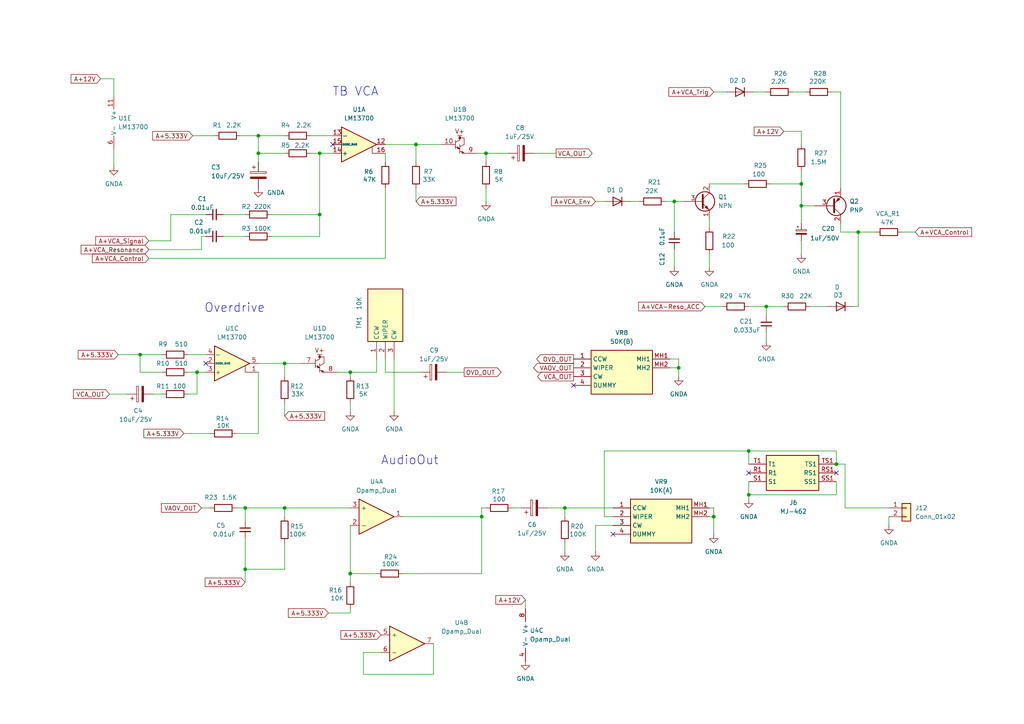
<source format=kicad_sch>
(kicad_sch (version 20231120) (generator "eeschema") (generator_version "8.0")
  (paper "A4")
  (lib_symbols
    (symbol "Amplifier_Operational:LM13700" (pin_names (offset 0.127))
      (property "Reference" "U" (at 3.81 5.08 0))
      (property "Value" "LM13700" (at 5.08 -5.08 0))
      (symbol "LM13700_1_1"
        (polyline (pts (xy 3.81 -0.635) (xy 3.81 -2.54) (xy 5.08 -2.54)))
        (polyline (pts (xy 5.08 0) (xy -5.08 -5.08) (xy -5.08 5.08) (xy 5.08 0)) (stroke (width 0.254)) (fill (type background)))
        (pin output line (at 7.62 0 180) (length 2.54) (name "~") (number "12"))
        (pin input line (at -7.62 2.54 0) (length 2.54) (name "-") (number "13"))
        (pin input line (at -7.62 -2.54 0) (length 2.54) (name "+") (number "14"))
        (pin input line (at -7.62 0 0) (length 2.54) (name "DIODE_BIAS") (number "15"))
        (pin input line (at 7.62 -2.54 180) (length 2.54) (name "~") (number "16"))
      )
      (symbol "LM13700_2_0"
        (polyline (pts (xy -1.905 2.54) (xy -3.175 2.54)))
      )
      (symbol "LM13700_2_1"
        (circle (center -2.54 1.905) (radius 0.254) (stroke (width 0.254)) (fill (type outline)))
        (polyline (pts (xy -3.81 -0.635) (xy -2.54 -1.27)))
        (polyline (pts (xy -3.81 1.27) (xy -3.81 -1.27)))
        (polyline (pts (xy -2.54 -1.905) (xy -1.27 -2.54)))
        (polyline (pts (xy -2.54 0) (xy -2.54 -2.54)))
        (polyline (pts (xy -3.81 0.635) (xy -2.54 1.27) (xy -2.54 1.905) (xy -2.54 2.54)))
        (polyline (pts (xy -2.54 -1.27) (xy -3.175 -0.635) (xy -3.175 -1.27) (xy -2.54 -1.27)) (fill (type outline)))
        (polyline (pts (xy -2.54 -0.635) (xy -1.27 0) (xy -1.27 1.905) (xy -2.54 1.905)))
        (polyline (pts (xy -1.27 -2.54) (xy -1.905 -1.905) (xy -1.905 -2.54) (xy -1.27 -2.54)) (fill (type outline)))
        (text "V+" (at -2.54 3.81 0) (effects (font (size 1.27 1.27))))
        (pin input line (at -7.62 0 0) (length 3.81) (name "~") (number "10"))
        (pin output line (at 2.54 -2.54 180) (length 3.81) (name "~") (number "9"))
      )
      (symbol "LM13700_3_1"
        (polyline (pts (xy 3.81 -0.635) (xy 3.81 -2.54) (xy 5.08 -2.54)))
        (polyline (pts (xy 5.08 0) (xy -5.08 -5.08) (xy -5.08 5.08) (xy 5.08 0)) (stroke (width 0.254)) (fill (type background)))
        (pin input line (at 7.62 -2.54 180) (length 2.54) (name "~") (number "1"))
        (pin input line (at -7.62 0 0) (length 2.54) (name "DIODE_BIAS") (number "2"))
        (pin input line (at -7.62 -2.54 0) (length 2.54) (name "+") (number "3"))
        (pin input line (at -7.62 2.54 0) (length 2.54) (name "-") (number "4"))
        (pin output line (at 7.62 0 180) (length 2.54) (name "~") (number "5"))
      )
      (symbol "LM13700_4_0"
        (polyline (pts (xy -3.175 2.54) (xy -1.905 2.54)))
        (text "V+" (at -2.54 3.81 0) (effects (font (size 1.27 1.27))))
      )
      (symbol "LM13700_4_1"
        (circle (center -2.54 1.905) (radius 0.254) (stroke (width 0.254)) (fill (type outline)))
        (polyline (pts (xy -3.81 -0.635) (xy -2.54 -1.27)))
        (polyline (pts (xy -3.81 1.27) (xy -3.81 -1.27)))
        (polyline (pts (xy -2.54 -1.905) (xy -1.27 -2.54)))
        (polyline (pts (xy -2.54 0) (xy -2.54 -2.54)))
        (polyline (pts (xy -3.81 0.635) (xy -2.54 1.27) (xy -2.54 2.54)))
        (polyline (pts (xy -2.54 -1.27) (xy -3.175 -0.635) (xy -3.175 -1.27) (xy -2.54 -1.27)) (fill (type outline)))
        (polyline (pts (xy -2.54 -0.635) (xy -1.27 0) (xy -1.27 1.905) (xy -2.54 1.905)))
        (polyline (pts (xy -1.27 -2.54) (xy -1.905 -1.905) (xy -1.905 -2.54) (xy -1.27 -2.54)) (fill (type outline)))
        (pin input line (at -7.62 0 0) (length 3.81) (name "~") (number "7"))
        (pin output line (at 2.54 -2.54 180) (length 3.81) (name "~") (number "8"))
      )
      (symbol "LM13700_5_1"
        (pin power_in line (at -2.54 7.62 270) (length 3.81) (name "V+") (number "11"))
        (pin power_in line (at -2.54 -7.62 90) (length 3.81) (name "V-") (number "6"))
      )
    )
    (symbol "Connector_Generic:Conn_01x02" (pin_names (offset 1.016) hide)
      (property "Reference" "J" (at 0 2.54 0))
      (property "Value" "Conn_01x02" (at 0 -5.08 0))
      (symbol "Conn_01x02_1_1"
        (rectangle (start -1.27 -2.413) (end 0 -2.667) (stroke (width 0.1524)))
        (rectangle (start -1.27 0.127) (end 0 -0.127) (stroke (width 0.1524)))
        (rectangle (start -1.27 1.27) (end 1.27 -3.81) (stroke (width 0.254)) (fill (type background)))
        (pin passive line (at -5.08 0 0) (length 3.81) (name "Pin_1") (number "1"))
        (pin passive line (at -5.08 -2.54 0) (length 3.81) (name "Pin_2") (number "2"))
      )
    )
    (symbol "Device:C_Polarized" (pin_numbers hide) (pin_names (offset 0.254))
      (property "Reference" "C" (at 0.635 2.54 0))
      (property "Value" "C_Polarized" (at 0.635 -2.54 0))
      (symbol "C_Polarized_0_1"
        (rectangle (start -2.286 0.508) (end 2.286 1.016))
        (polyline (pts (xy -1.778 2.286) (xy -0.762 2.286)))
        (polyline (pts (xy -1.27 2.794) (xy -1.27 1.778)))
        (rectangle (start 2.286 -0.508) (end -2.286 -1.016) (fill (type outline)))
      )
      (symbol "C_Polarized_1_1"
        (pin passive line (at 0 3.81 270) (length 2.794) (name "~") (number "1"))
        (pin passive line (at 0 -3.81 90) (length 2.794) (name "~") (number "2"))
      )
    )
    (symbol "Device:C_Polarized_Small" (pin_numbers hide) (pin_names (offset 0.254) hide)
      (property "Reference" "C" (at 0.254 1.778 0))
      (property "Value" "C_Polarized_Small" (at 0.254 -2.032 0))
      (symbol "C_Polarized_Small_0_1"
        (rectangle (start -1.524 -0.3048) (end 1.524 -0.6858) (fill (type outline)))
        (rectangle (start -1.524 0.6858) (end 1.524 0.3048))
        (polyline (pts (xy -1.27 1.524) (xy -0.762 1.524)))
        (polyline (pts (xy -1.016 1.27) (xy -1.016 1.778)))
      )
      (symbol "C_Polarized_Small_1_1"
        (pin passive line (at 0 2.54 270) (length 1.8542) (name "~") (number "1"))
        (pin passive line (at 0 -2.54 90) (length 1.8542) (name "~") (number "2"))
      )
    )
    (symbol "Device:C_Small" (pin_numbers hide) (pin_names (offset 0.254) hide)
      (property "Reference" "C" (at 0.254 1.778 0))
      (property "Value" "C_Small" (at 0.254 -2.032 0))
      (symbol "C_Small_0_1"
        (polyline (pts (xy -1.524 -0.508) (xy 1.524 -0.508)) (stroke (width 0.3302)))
        (polyline (pts (xy -1.524 0.508) (xy 1.524 0.508)) (stroke (width 0.3048)))
      )
      (symbol "C_Small_1_1"
        (pin passive line (at 0 2.54 270) (length 2.032) (name "~") (number "1"))
        (pin passive line (at 0 -2.54 90) (length 2.032) (name "~") (number "2"))
      )
    )
    (symbol "Device:D" (pin_numbers hide) (pin_names (offset 1.016) hide)
      (property "Reference" "D" (at 0 2.54 0))
      (property "Value" "D" (at 0 -2.54 0))
      (symbol "D_0_1"
        (polyline (pts (xy -1.27 1.27) (xy -1.27 -1.27)) (stroke (width 0.254)))
        (polyline (pts (xy 1.27 0) (xy -1.27 0)))
        (polyline (pts (xy 1.27 1.27) (xy 1.27 -1.27) (xy -1.27 0) (xy 1.27 1.27)) (stroke (width 0.254)))
      )
      (symbol "D_1_1"
        (pin passive line (at -3.81 0 0) (length 2.54) (name "K") (number "1"))
        (pin passive line (at 3.81 0 180) (length 2.54) (name "A") (number "2"))
      )
    )
    (symbol "Device:Opamp_Dual"
      (property "Reference" "U" (at 0 5.08 0))
      (property "Value" "Opamp_Dual" (at 0 -5.08 0))
      (symbol "Opamp_Dual_1_1"
        (polyline (pts (xy -5.08 5.08) (xy 5.08 0) (xy -5.08 -5.08) (xy -5.08 5.08)) (stroke (width 0.254)) (fill (type background)))
        (pin output line (at 7.62 0 180) (length 2.54) (name "~") (number "1"))
        (pin input line (at -7.62 -2.54 0) (length 2.54) (name "-") (number "2"))
        (pin input line (at -7.62 2.54 0) (length 2.54) (name "+") (number "3"))
      )
      (symbol "Opamp_Dual_2_1"
        (polyline (pts (xy -5.08 5.08) (xy 5.08 0) (xy -5.08 -5.08) (xy -5.08 5.08)) (stroke (width 0.254)) (fill (type background)))
        (pin input line (at -7.62 2.54 0) (length 2.54) (name "+") (number "5"))
        (pin input line (at -7.62 -2.54 0) (length 2.54) (name "-") (number "6"))
        (pin output line (at 7.62 0 180) (length 2.54) (name "~") (number "7"))
      )
      (symbol "Opamp_Dual_3_1"
        (pin power_in line (at -2.54 -7.62 90) (length 3.81) (name "V-") (number "4"))
        (pin power_in line (at -2.54 7.62 270) (length 3.81) (name "V+") (number "8"))
      )
    )
    (symbol "Device:Q_NPN_ECB" (pin_names (offset 0) hide)
      (property "Reference" "Q" (at 5.08 1.27 0))
      (property "Value" "Q_NPN_ECB" (at 5.08 -1.27 0))
      (symbol "Q_NPN_ECB_0_1"
        (polyline (pts (xy 0.635 0.635) (xy 2.54 2.54)))
        (polyline (pts (xy 0.635 -0.635) (xy 2.54 -2.54) (xy 2.54 -2.54)))
        (polyline (pts (xy 0.635 1.905) (xy 0.635 -1.905) (xy 0.635 -1.905)) (stroke (width 0.508)))
        (polyline (pts (xy 1.27 -1.778) (xy 1.778 -1.27) (xy 2.286 -2.286) (xy 1.27 -1.778) (xy 1.27 -1.778)) (fill (type outline)))
        (circle (center 1.27 0) (radius 2.8194) (stroke (width 0.254)))
      )
      (symbol "Q_NPN_ECB_1_1"
        (pin passive line (at 2.54 -5.08 90) (length 2.54) (name "E") (number "1"))
        (pin passive line (at 2.54 5.08 270) (length 2.54) (name "C") (number "2"))
        (pin passive line (at -5.08 0 0) (length 5.715) (name "B") (number "3"))
      )
    )
    (symbol "Device:Q_PNP_ECB" (pin_names (offset 0) hide)
      (property "Reference" "Q" (at 5.08 1.27 0))
      (property "Value" "Q_PNP_ECB" (at 5.08 -1.27 0))
      (symbol "Q_PNP_ECB_0_1"
        (polyline (pts (xy 0.635 0.635) (xy 2.54 2.54)))
        (polyline (pts (xy 0.635 -0.635) (xy 2.54 -2.54) (xy 2.54 -2.54)))
        (polyline (pts (xy 0.635 1.905) (xy 0.635 -1.905) (xy 0.635 -1.905)) (stroke (width 0.508)))
        (polyline (pts (xy 2.286 -1.778) (xy 1.778 -2.286) (xy 1.27 -1.27) (xy 2.286 -1.778) (xy 2.286 -1.778)) (fill (type outline)))
        (circle (center 1.27 0) (radius 2.8194) (stroke (width 0.254)))
      )
      (symbol "Q_PNP_ECB_1_1"
        (pin passive line (at 2.54 -5.08 90) (length 2.54) (name "E") (number "1"))
        (pin passive line (at 2.54 5.08 270) (length 2.54) (name "C") (number "2"))
        (pin input line (at -5.08 0 0) (length 5.715) (name "B") (number "3"))
      )
    )
    (symbol "Device:R" (pin_numbers hide) (pin_names (offset 0))
      (property "Reference" "R" (at 2.032 0 90))
      (property "Value" "R" (at 0 0 90))
      (symbol "R_0_1"
        (rectangle (start -1.016 -2.54) (end 1.016 2.54) (stroke (width 0.254)))
      )
      (symbol "R_1_1"
        (pin passive line (at 0 3.81 270) (length 1.27) (name "~") (number "1"))
        (pin passive line (at 0 -3.81 90) (length 1.27) (name "~") (number "2"))
      )
    )
    (symbol "SamacSys_Parts:3296W-1-502A"
      (property "Reference" "VR" (at 21.59 7.62 0))
      (property "Value" "3296W-1-502A" (at 21.59 5.08 0))
      (symbol "3296W-1-502A_1_1"
        (rectangle (start 5.08 2.54) (end 20.32 -7.62) (stroke (width 0.254)) (fill (type background)))
        (pin passive line (at 0 -5.08 0) (length 5.08) (name "CCW") (number "1"))
        (pin passive line (at 0 -2.54 0) (length 5.08) (name "WIPER") (number "2"))
        (pin passive line (at 0 0 0) (length 5.08) (name "CW") (number "3"))
      )
    )
    (symbol "SamacSys_Parts:MJ-462"
      (property "Reference" "J" (at 21.59 7.62 0))
      (property "Value" "MJ-462" (at 21.59 5.08 0))
      (symbol "MJ-462_1_1"
        (rectangle (start 5.08 2.54) (end 20.32 -7.62) (stroke (width 0.254)) (fill (type background)))
        (pin passive line (at 0 -2.54 0) (length 5.08) (name "R1") (number "R1"))
        (pin passive line (at 25.4 -2.54 180) (length 5.08) (name "RS1") (number "RS1"))
        (pin passive line (at 0 -5.08 0) (length 5.08) (name "S1") (number "S1"))
        (pin passive line (at 25.4 -5.08 180) (length 5.08) (name "SS1") (number "SS1"))
        (pin passive line (at 0 0 0) (length 5.08) (name "T1") (number "T1"))
        (pin passive line (at 25.4 0 180) (length 5.08) (name "TS1") (number "TS1"))
      )
    )
    (symbol "SamacSys_Parts:PTV111-3420A-A103"
      (property "Reference" "VR" (at 24.13 7.62 0))
      (property "Value" "PTV111-3420A-A103" (at 24.13 5.08 0))
      (symbol "PTV111-3420A-A103_1_1"
        (rectangle (start 5.08 2.54) (end 22.86 -10.16) (stroke (width 0.254)) (fill (type background)))
        (pin passive line (at 0 0 0) (length 5.08) (name "CCW") (number "1"))
        (pin passive line (at 0 -2.54 0) (length 5.08) (name "WIPER") (number "2"))
        (pin passive line (at 0 -5.08 0) (length 5.08) (name "CW") (number "3"))
        (pin passive line (at 0 -7.62 0) (length 5.08) (name "DUMMY") (number "4"))
        (pin passive line (at 27.94 0 180) (length 5.08) (name "MH1") (number "MH1"))
        (pin passive line (at 27.94 -2.54 180) (length 5.08) (name "MH2") (number "MH2"))
      )
    )
    (symbol "power:GNDA" (power) (pin_numbers hide) (pin_names (offset 0) hide)
      (property "Value" "GNDA" (at 0 -3.81 0))
      (symbol "GNDA_0_1"
        (polyline (pts (xy 0 0) (xy 0 -1.27) (xy 1.27 -1.27) (xy 0 -2.54) (xy -1.27 -1.27) (xy 0 -1.27)))
      )
      (symbol "GNDA_1_1"
        (pin power_in line (at 0 0 270) (length 0) (name "~") (number "1"))
      )
    )
  )
  (junction (at 101.6 166.37))
  (junction (at 217.17 143.51))
  (junction (at 71.12 147.32))
  (junction (at 196.85 106.68))
  (junction (at 242.57 134.62))
  (junction (at 139.7 149.86))
  (junction (at 71.12 165.1))
  (junction (at 92.71 44.45))
  (junction (at 232.41 59.69))
  (junction (at 140.97 44.45))
  (junction (at 74.93 39.37))
  (junction (at 195.58 58.42))
  (junction (at 74.93 44.45))
  (junction (at 207.01 149.86))
  (junction (at 92.71 62.23))
  (junction (at 232.41 53.34))
  (junction (at 40.64 102.87))
  (junction (at 217.17 130.81))
  (junction (at 101.6 107.95))
  (junction (at 57.15 107.95))
  (junction (at 82.55 147.32))
  (junction (at 248.92 67.31))
  (junction (at 222.25 88.9))
  (junction (at 163.83 147.32))
  (junction (at 120.65 41.91))
  (junction (at 82.55 105.41))
  (no_connect (at 217.17 137.16))
  (no_connect (at 96.52 41.91))
  (no_connect (at 177.8 154.94))
  (no_connect (at 242.57 137.16))
  (no_connect (at 166.37 111.76))
  (no_connect (at 59.69 105.41))
  (wire (pts (xy 140.97 44.45) (xy 140.97 46.99)))
  (wire (pts (xy 82.55 116.84) (xy 82.55 120.65)))
  (wire (pts (xy 217.17 143.51) (xy 242.57 143.51)))
  (wire (pts (xy 109.22 166.37) (xy 101.6 166.37)))
  (wire (pts (xy 163.83 147.32) (xy 163.83 149.86)))
  (wire (pts (xy 205.74 147.32) (xy 207.01 147.32)))
  (wire (pts (xy 68.58 147.32) (xy 71.12 147.32)))
  (wire (pts (xy 68.58 125.73) (xy 74.93 125.73)))
  (wire (pts (xy 243.84 67.31) (xy 248.92 67.31)))
  (wire (pts (xy 120.65 41.91) (xy 120.65 46.99)))
  (wire (pts (xy 217.17 130.81) (xy 217.17 134.62)))
  (wire (pts (xy 101.6 177.8) (xy 101.6 176.53)))
  (wire (pts (xy 217.17 88.9) (xy 222.25 88.9)))
  (wire (pts (xy 58.42 68.58) (xy 59.69 68.58)))
  (wire (pts (xy 154.94 44.45) (xy 161.29 44.45)))
  (wire (pts (xy 111.76 104.14) (xy 111.76 107.95)))
  (wire (pts (xy 194.31 104.14) (xy 196.85 104.14)))
  (wire (pts (xy 49.53 62.23) (xy 59.69 62.23)))
  (wire (pts (xy 182.88 58.42) (xy 185.42 58.42)))
  (wire (pts (xy 148.59 147.32) (xy 151.13 147.32)))
  (wire (pts (xy 248.92 67.31) (xy 254 67.31)))
  (wire (pts (xy 116.84 149.86) (xy 139.7 149.86)))
  (wire (pts (xy 139.7 166.37) (xy 139.7 149.86)))
  (wire (pts (xy 101.6 152.4) (xy 101.6 166.37)))
  (wire (pts (xy 195.58 58.42) (xy 198.12 58.42)))
  (wire (pts (xy 139.7 147.32) (xy 140.97 147.32)))
  (wire (pts (xy 223.52 53.34) (xy 232.41 53.34)))
  (wire (pts (xy 71.12 147.32) (xy 82.55 147.32)))
  (wire (pts (xy 245.11 147.32) (xy 257.81 147.32)))
  (wire (pts (xy 232.41 53.34) (xy 232.41 49.53)))
  (wire (pts (xy 111.76 44.45) (xy 111.76 46.99)))
  (wire (pts (xy 43.18 69.85) (xy 49.53 69.85)))
  (wire (pts (xy 217.17 143.51) (xy 217.17 144.78)))
  (wire (pts (xy 58.42 147.32) (xy 60.96 147.32)))
  (wire (pts (xy 205.74 73.66) (xy 205.74 77.47)))
  (wire (pts (xy 207.01 147.32) (xy 207.01 149.86)))
  (wire (pts (xy 232.41 69.85) (xy 232.41 73.66)))
  (wire (pts (xy 82.55 147.32) (xy 82.55 149.86)))
  (wire (pts (xy 111.76 74.93) (xy 111.76 54.61)))
  (wire (pts (xy 205.74 63.5) (xy 205.74 66.04)))
  (wire (pts (xy 90.17 44.45) (xy 92.71 44.45)))
  (wire (pts (xy 82.55 165.1) (xy 71.12 165.1)))
  (wire (pts (xy 196.85 106.68) (xy 196.85 109.22)))
  (wire (pts (xy 54.61 114.3) (xy 57.15 114.3)))
  (wire (pts (xy 44.45 114.3) (xy 46.99 114.3)))
  (wire (pts (xy 62.23 39.37) (xy 55.88 39.37)))
  (wire (pts (xy 241.3 26.67) (xy 243.84 26.67)))
  (wire (pts (xy 82.55 44.45) (xy 74.93 44.45)))
  (wire (pts (xy 71.12 156.21) (xy 71.12 165.1)))
  (wire (pts (xy 152.4 173.99) (xy 152.4 176.53)))
  (wire (pts (xy 95.25 177.8) (xy 101.6 177.8)))
  (wire (pts (xy 33.02 43.18) (xy 33.02 48.26)))
  (wire (pts (xy 92.71 62.23) (xy 92.71 68.58)))
  (wire (pts (xy 234.95 88.9) (xy 240.03 88.9)))
  (wire (pts (xy 222.25 88.9) (xy 222.25 91.44)))
  (wire (pts (xy 245.11 134.62) (xy 242.57 134.62)))
  (wire (pts (xy 64.77 62.23) (xy 71.12 62.23)))
  (wire (pts (xy 97.79 107.95) (xy 101.6 107.95)))
  (wire (pts (xy 195.58 67.31) (xy 195.58 58.42)))
  (wire (pts (xy 82.55 109.22) (xy 82.55 105.41)))
  (wire (pts (xy 242.57 143.51) (xy 242.57 139.7)))
  (wire (pts (xy 204.47 88.9) (xy 209.55 88.9)))
  (wire (pts (xy 40.64 107.95) (xy 40.64 102.87)))
  (wire (pts (xy 92.71 62.23) (xy 92.71 44.45)))
  (wire (pts (xy 140.97 54.61) (xy 140.97 58.42)))
  (wire (pts (xy 101.6 109.22) (xy 101.6 107.95)))
  (wire (pts (xy 222.25 88.9) (xy 227.33 88.9)))
  (wire (pts (xy 57.15 114.3) (xy 57.15 107.95)))
  (wire (pts (xy 134.62 107.95) (xy 129.54 107.95)))
  (wire (pts (xy 245.11 147.32) (xy 245.11 134.62)))
  (wire (pts (xy 78.74 62.23) (xy 92.71 62.23)))
  (wire (pts (xy 125.73 186.69) (xy 125.73 195.58)))
  (wire (pts (xy 74.93 44.45) (xy 74.93 46.99)))
  (wire (pts (xy 114.3 104.14) (xy 114.3 119.38)))
  (wire (pts (xy 227.33 38.1) (xy 232.41 38.1)))
  (wire (pts (xy 177.8 152.4) (xy 172.72 152.4)))
  (wire (pts (xy 193.04 58.42) (xy 195.58 58.42)))
  (wire (pts (xy 232.41 38.1) (xy 232.41 41.91)))
  (wire (pts (xy 111.76 107.95) (xy 121.92 107.95)))
  (wire (pts (xy 90.17 39.37) (xy 96.52 39.37)))
  (wire (pts (xy 74.93 39.37) (xy 82.55 39.37)))
  (wire (pts (xy 111.76 41.91) (xy 120.65 41.91)))
  (wire (pts (xy 243.84 64.77) (xy 243.84 67.31)))
  (wire (pts (xy 58.42 72.39) (xy 43.18 72.39)))
  (wire (pts (xy 248.92 67.31) (xy 248.92 88.9)))
  (wire (pts (xy 74.93 125.73) (xy 74.93 107.95)))
  (wire (pts (xy 232.41 59.69) (xy 232.41 64.77)))
  (wire (pts (xy 49.53 69.85) (xy 49.53 62.23)))
  (wire (pts (xy 29.21 22.86) (xy 33.02 22.86)))
  (wire (pts (xy 217.17 139.7) (xy 217.17 143.51)))
  (wire (pts (xy 105.41 189.23) (xy 105.41 195.58)))
  (wire (pts (xy 120.65 41.91) (xy 128.27 41.91)))
  (wire (pts (xy 222.25 96.52) (xy 222.25 99.06)))
  (wire (pts (xy 175.26 149.86) (xy 175.26 130.81)))
  (wire (pts (xy 64.77 68.58) (xy 71.12 68.58)))
  (wire (pts (xy 40.64 102.87) (xy 46.99 102.87)))
  (wire (pts (xy 78.74 68.58) (xy 92.71 68.58)))
  (wire (pts (xy 116.84 166.37) (xy 139.7 166.37)))
  (wire (pts (xy 74.93 105.41) (xy 82.55 105.41)))
  (wire (pts (xy 232.41 53.34) (xy 232.41 59.69)))
  (wire (pts (xy 163.83 147.32) (xy 177.8 147.32)))
  (wire (pts (xy 232.41 59.69) (xy 236.22 59.69)))
  (wire (pts (xy 229.87 26.67) (xy 233.68 26.67)))
  (wire (pts (xy 158.75 147.32) (xy 163.83 147.32)))
  (wire (pts (xy 218.44 26.67) (xy 222.25 26.67)))
  (wire (pts (xy 82.55 147.32) (xy 101.6 147.32)))
  (wire (pts (xy 57.15 107.95) (xy 59.69 107.95)))
  (wire (pts (xy 120.65 54.61) (xy 120.65 58.42)))
  (wire (pts (xy 242.57 134.62) (xy 242.57 130.81)))
  (wire (pts (xy 33.02 22.86) (xy 33.02 27.94)))
  (wire (pts (xy 172.72 152.4) (xy 172.72 160.02)))
  (wire (pts (xy 217.17 130.81) (xy 242.57 130.81)))
  (wire (pts (xy 172.72 58.42) (xy 175.26 58.42)))
  (wire (pts (xy 109.22 104.14) (xy 109.22 107.95)))
  (wire (pts (xy 69.85 39.37) (xy 74.93 39.37)))
  (wire (pts (xy 46.99 107.95) (xy 40.64 107.95)))
  (wire (pts (xy 261.62 67.31) (xy 265.43 67.31)))
  (wire (pts (xy 58.42 68.58) (xy 58.42 72.39)))
  (wire (pts (xy 205.74 149.86) (xy 207.01 149.86)))
  (wire (pts (xy 177.8 149.86) (xy 175.26 149.86)))
  (wire (pts (xy 163.83 157.48) (xy 163.83 160.02)))
  (wire (pts (xy 54.61 102.87) (xy 59.69 102.87)))
  (wire (pts (xy 105.41 195.58) (xy 125.73 195.58)))
  (wire (pts (xy 175.26 130.81) (xy 217.17 130.81)))
  (wire (pts (xy 31.75 114.3) (xy 36.83 114.3)))
  (wire (pts (xy 71.12 147.32) (xy 71.12 151.13)))
  (wire (pts (xy 92.71 44.45) (xy 96.52 44.45)))
  (wire (pts (xy 194.31 106.68) (xy 196.85 106.68)))
  (wire (pts (xy 139.7 149.86) (xy 139.7 147.32)))
  (wire (pts (xy 43.18 74.93) (xy 111.76 74.93)))
  (wire (pts (xy 54.61 107.95) (xy 57.15 107.95)))
  (wire (pts (xy 82.55 157.48) (xy 82.55 165.1)))
  (wire (pts (xy 101.6 116.84) (xy 101.6 119.38)))
  (wire (pts (xy 257.81 149.86) (xy 257.81 152.4)))
  (wire (pts (xy 101.6 166.37) (xy 101.6 168.91)))
  (wire (pts (xy 110.49 189.23) (xy 105.41 189.23)))
  (wire (pts (xy 138.43 44.45) (xy 140.97 44.45)))
  (wire (pts (xy 215.9 53.34) (xy 205.74 53.34)))
  (wire (pts (xy 243.84 26.67) (xy 243.84 54.61)))
  (wire (pts (xy 101.6 107.95) (xy 109.22 107.95)))
  (wire (pts (xy 74.93 44.45) (xy 74.93 39.37)))
  (wire (pts (xy 140.97 44.45) (xy 147.32 44.45)))
  (wire (pts (xy 195.58 72.39) (xy 195.58 77.47)))
  (wire (pts (xy 207.01 149.86) (xy 207.01 154.94)))
  (wire (pts (xy 196.85 104.14) (xy 196.85 106.68)))
  (wire (pts (xy 82.55 105.41) (xy 87.63 105.41)))
  (wire (pts (xy 71.12 165.1) (xy 71.12 168.91)))
  (wire (pts (xy 207.01 26.67) (xy 210.82 26.67)))
  (wire (pts (xy 53.34 125.73) (xy 60.96 125.73)))
  (wire (pts (xy 247.65 88.9) (xy 248.92 88.9)))
  (wire (pts (xy 34.29 102.87) (xy 40.64 102.87)))
  (text "AudioOut" (at 118.872 133.604 0) (effects (font (size 2.54 2.54))))
  (text "Overdrive" (at 68.072 89.408 0) (effects (font (size 2.54 2.54))))
  (text "TB VCA" (at 103.124 26.67 0) (effects (font (size 2.54 2.54))))
  (global_label "A+5.333V" (shape input) (at 53.34 125.73 180) (property "Intersheetrefs" "${INTERSHEET_REFS}" (effects (hide yes))))
  (global_label "OVD_OUT" (shape output) (at 166.37 104.14 180) (property "Intersheetrefs" "${INTERSHEET_REFS}" (effects (hide yes))))
  (global_label "VAOV_OUT" (shape input) (at 58.42 147.32 180) (property "Intersheetrefs" "${INTERSHEET_REFS}" (effects (hide yes))))
  (global_label "VCA_OUT" (shape output) (at 161.29 44.45 0) (property "Intersheetrefs" "${INTERSHEET_REFS}" (effects (hide yes))))
  (global_label "A+5.333V" (shape input) (at 95.25 177.8 180) (property "Intersheetrefs" "${INTERSHEET_REFS}" (effects (hide yes))))
  (global_label "A+VCA-Reso_ACC" (shape input) (at 204.47 88.9 180) (property "Intersheetrefs" "${INTERSHEET_REFS}" (effects (hide yes))))
  (global_label "A+VCA_Control" (shape input) (at 265.43 67.31 0) (property "Intersheetrefs" "${INTERSHEET_REFS}" (effects (hide yes))))
  (global_label "A+5.333V" (shape input) (at 120.65 58.42 0) (property "Intersheetrefs" "${INTERSHEET_REFS}" (effects (hide yes))))
  (global_label "A+5.333V" (shape input) (at 34.29 102.87 180) (property "Intersheetrefs" "${INTERSHEET_REFS}" (effects (hide yes))))
  (global_label "VCA_OUT" (shape input) (at 31.75 114.3 180) (property "Intersheetrefs" "${INTERSHEET_REFS}" (effects (hide yes))))
  (global_label "A+VCA_Env" (shape input) (at 172.72 58.42 180) (property "Intersheetrefs" "${INTERSHEET_REFS}" (effects (hide yes))))
  (global_label "A+12V" (shape input) (at 29.21 22.86 180) (property "Intersheetrefs" "${INTERSHEET_REFS}" (effects (hide yes))))
  (global_label "A+5.333V" (shape input) (at 55.88 39.37 180) (property "Intersheetrefs" "${INTERSHEET_REFS}" (effects (hide yes))))
  (global_label "VCA_OUT" (shape output) (at 166.37 109.22 180) (property "Intersheetrefs" "${INTERSHEET_REFS}" (effects (hide yes))))
  (global_label "A+12V" (shape input) (at 152.4 173.99 180) (property "Intersheetrefs" "${INTERSHEET_REFS}" (effects (hide yes))))
  (global_label "A+VCA_Control" (shape input) (at 43.18 74.93 180) (property "Intersheetrefs" "${INTERSHEET_REFS}" (effects (hide yes))))
  (global_label "A+5.333V" (shape input) (at 82.55 120.65 0) (property "Intersheetrefs" "${INTERSHEET_REFS}" (effects (hide yes))))
  (global_label "A+VCA_Trig" (shape input) (at 207.01 26.67 180) (property "Intersheetrefs" "${INTERSHEET_REFS}" (effects (hide yes))))
  (global_label "A+5.333V" (shape input) (at 110.49 184.15 180) (property "Intersheetrefs" "${INTERSHEET_REFS}" (effects (hide yes))))
  (global_label "OVD_OUT" (shape output) (at 134.62 107.95 0) (property "Intersheetrefs" "${INTERSHEET_REFS}" (effects (hide yes))))
  (global_label "VAOV_OUT" (shape output) (at 166.37 106.68 180) (property "Intersheetrefs" "${INTERSHEET_REFS}" (effects (hide yes))))
  (global_label "A+12V" (shape input) (at 227.33 38.1 180) (property "Intersheetrefs" "${INTERSHEET_REFS}" (effects (hide yes))))
  (global_label "A+VCA_Resonance" (shape input) (at 43.18 72.39 180) (property "Intersheetrefs" "${INTERSHEET_REFS}" (effects (hide yes))))
  (global_label "A+VCA_Signal" (shape input) (at 43.18 69.85 180) (property "Intersheetrefs" "${INTERSHEET_REFS}" (effects (hide yes))))
  (global_label "A+5.333V" (shape input) (at 71.12 168.91 180) (property "Intersheetrefs" "${INTERSHEET_REFS}" (effects (hide yes))))
  (symbol (lib_id "Device:Opamp_Dual") (at 118.11 186.69 0) (unit 2)
    (property "Reference" "U4" (at 133.858 180.594 0))
    (property "Value" "Opamp_Dual" (at 133.858 183.134 0))
    (property "Footprint" "Package_DIP:DIP-8_W7.62mm_LongPads" (effects (hide yes)))
    (property "Description" "Dual operational amplifier" (effects (hide yes)))
    (property "Sim.Library" "${KICAD7_SYMBOL_DIR}/Simulation_SPICE.sp" (effects (hide yes)))
    (property "Sim.Name" "kicad_builtin_opamp_dual" (effects (hide yes)))
    (property "Sim.Device" "SUBCKT" (effects (hide yes)))
    (property "Sim.Pins" "1=out1 2=in1- 3=in1+ 4=vee 5=in2+ 6=in2- 7=out2 8=vcc" (effects (hide yes)))
  )
  (symbol (lib_id "Amplifier_Operational:LM13700") (at 135.89 41.91 0) (unit 2)
    (property "Reference" "U1" (at 133.35 31.75 0))
    (property "Value" "LM13700" (at 133.35 34.29 0))
    (property "Footprint" "Package_DIP:DIP-16_W7.62mm_Socket_LongPads" (effects (hide yes)))
    (property "Datasheet" "http://www.ti.com/lit/ds/symlink/lm13700.pdf" (effects (hide yes)))
    (property "Description" "Dual Operational Transconductance Amplifiers with Linearizing Diodes and Buffers, DIP-16/SOIC-16" (effects (hide yes)))
  )
  (symbol (lib_id "Device:C_Small") (at 71.12 153.67 0) (unit 1)
    (property "Reference" "C5" (at 64.008 152.4063 0))
    (property "Value" "0.01uF" (at 65.024 154.94 0))
    (property "Footprint" "Capacitor_THT:C_Rect_L7.2mm_W2.5mm_P5.00mm_FKS2_FKP2_MKS2_MKP2" (effects (hide yes)))
    (property "Description" "Unpolarized capacitor, small symbol" (effects (hide yes)))
  )
  (symbol (lib_id "Device:R") (at 226.06 26.67 270) (unit 1)
    (property "Reference" "R26" (at 228.346 21.336 90) (effects (justify right)))
    (property "Value" "2.2K" (at 228.092 23.622 90) (effects (justify right)))
    (property "Footprint" "Resistor_THT:R_Axial_DIN0207_L6.3mm_D2.5mm_P2.54mm_Vertical" (effects (hide yes)))
    (property "Description" "Resistor" (effects (hide yes)))
  )
  (symbol (lib_id "Device:R") (at 50.8 102.87 90) (unit 1)
    (property "Reference" "R9" (at 47.244 99.822 90))
    (property "Value" "510" (at 52.578 99.822 90))
    (property "Footprint" "Resistor_THT:R_Axial_DIN0207_L6.3mm_D2.5mm_P2.54mm_Vertical" (effects (hide yes)))
    (property "Description" "Resistor" (effects (hide yes)))
  )
  (symbol (lib_id "Device:C_Polarized") (at 151.13 44.45 90) (unit 1)
    (property "Reference" "C8" (at 152.146 37.084 90) (effects (justify left)))
    (property "Value" "1uF/25V" (at 154.94 39.624 90) (effects (justify left)))
    (property "Footprint" "Capacitor_THT:CP_Radial_D5.0mm_P2.50mm" (effects (hide yes)))
    (property "Description" "Polarized capacitor" (effects (hide yes)))
  )
  (symbol (lib_id "Device:R") (at 237.49 26.67 270) (unit 1)
    (property "Reference" "R28" (at 239.776 21.336 90) (effects (justify right)))
    (property "Value" "220K" (at 239.776 23.622 90) (effects (justify right)))
    (property "Footprint" "Resistor_THT:R_Axial_DIN0207_L6.3mm_D2.5mm_P2.54mm_Vertical" (effects (hide yes)))
    (property "Description" "Resistor" (effects (hide yes)))
  )
  (symbol (lib_id "power:GNDA") (at 163.83 160.02 0) (unit 1)
    (property "Reference" "#PWR024" (effects (hide yes)))
    (property "Value" "GNDA" (at 163.83 165.1 0))
    (property "Description" "Power symbol creates a global label with name \"GNDA\" , analog ground" (effects (hide yes)))
  )
  (symbol (lib_id "Device:C_Small") (at 222.25 93.98 180) (unit 1)
    (property "Reference" "C21" (at 216.408 93.218 0))
    (property "Value" "0.033uF" (at 216.662 95.758 0))
    (property "Footprint" "Capacitor_THT:C_Rect_L7.2mm_W2.5mm_P5.00mm_FKS2_FKP2_MKS2_MKP2" (effects (hide yes)))
    (property "Description" "Unpolarized capacitor, small symbol" (effects (hide yes)))
  )
  (symbol (lib_id "Device:R") (at 257.81 67.31 270) (unit 1)
    (property "Reference" "VCA_R1" (at 261.112 61.976 90) (effects (justify right)))
    (property "Value" "47K" (at 259.334 64.516 90) (effects (justify right)))
    (property "Footprint" "Resistor_THT:R_Axial_DIN0207_L6.3mm_D2.5mm_P2.54mm_Vertical" (effects (hide yes)))
    (property "Description" "Resistor" (effects (hide yes)))
  )
  (symbol (lib_id "Amplifier_Operational:LM13700") (at 104.14 41.91 0) (unit 1)
    (property "Reference" "U1" (at 104.14 31.75 0))
    (property "Value" "LM13700" (at 104.14 34.29 0))
    (property "Footprint" "Package_DIP:DIP-16_W7.62mm_Socket_LongPads" (effects (hide yes)))
    (property "Datasheet" "http://www.ti.com/lit/ds/symlink/lm13700.pdf" (effects (hide yes)))
    (property "Description" "Dual Operational Transconductance Amplifiers with Linearizing Diodes and Buffers, DIP-16/SOIC-16" (effects (hide yes)))
  )
  (symbol (lib_id "Device:R") (at 74.93 68.58 90) (unit 1)
    (property "Reference" "R3" (at 71.374 66.294 90))
    (property "Value" "100K" (at 76.2 66.294 90))
    (property "Footprint" "Resistor_THT:R_Axial_DIN0207_L6.3mm_D2.5mm_P2.54mm_Vertical" (effects (hide yes)))
    (property "Description" "Resistor" (effects (hide yes)))
  )
  (symbol (lib_id "Device:R") (at 74.93 62.23 90) (unit 1)
    (property "Reference" "R2" (at 71.374 59.944 90))
    (property "Value" "220K" (at 76.2 59.944 90))
    (property "Footprint" "Resistor_THT:R_Axial_DIN0207_L6.3mm_D2.5mm_P2.54mm_Vertical" (effects (hide yes)))
    (property "Description" "Resistor" (effects (hide yes)))
  )
  (symbol (lib_id "Device:C_Polarized_Small") (at 232.41 67.31 0) (unit 1)
    (property "Reference" "C20" (at 238.252 66.294 0) (effects (justify left)))
    (property "Value" "1uF/50V" (at 234.95 69.088 0) (effects (justify left)))
    (property "Footprint" "Capacitor_THT:CP_Radial_D5.0mm_P2.00mm" (effects (hide yes)))
    (property "Description" "Polarized capacitor, small symbol" (effects (hide yes)))
  )
  (symbol (lib_id "Device:R") (at 144.78 147.32 90) (unit 1)
    (property "Reference" "R17" (at 144.526 142.494 90))
    (property "Value" "100" (at 144.78 144.78 90))
    (property "Footprint" "Resistor_THT:R_Axial_DIN0207_L6.3mm_D2.5mm_P2.54mm_Vertical" (effects (hide yes)))
    (property "Description" "Resistor" (effects (hide yes)))
  )
  (symbol (lib_id "Device:R") (at 113.03 166.37 90) (unit 1)
    (property "Reference" "R24" (at 113.284 161.544 90))
    (property "Value" "100K" (at 113.284 163.576 90))
    (property "Footprint" "Resistor_THT:R_Axial_DIN0207_L6.3mm_D2.5mm_P2.54mm_Vertical" (effects (hide yes)))
    (property "Description" "Resistor" (effects (hide yes)))
  )
  (symbol (lib_id "Device:Q_PNP_ECB") (at 241.3 59.69 0) (mirror x) (unit 1)
    (property "Reference" "Q2" (at 246.38 58.4199 0) (effects (justify left)))
    (property "Value" "PNP" (at 246.38 60.9599 0) (effects (justify left)))
    (property "Footprint" "Package_TO_SOT_THT:TO-92_HandSolder" (effects (hide yes)))
    (property "Description" "PNP transistor, emitter/collector/base" (effects (hide yes)))
  )
  (symbol (lib_id "power:GNDA") (at 33.02 48.26 0) (unit 1)
    (property "Reference" "#PWR048" (effects (hide yes)))
    (property "Value" "GNDA" (at 33.02 53.34 0))
    (property "Description" "Power symbol creates a global label with name \"GNDA\" , analog ground" (effects (hide yes)))
  )
  (symbol (lib_id "SamacSys_Parts:PTV111-3420A-A103") (at 177.8 147.32 0) (unit 1)
    (property "Reference" "VR9" (at 191.77 139.7 0))
    (property "Value" "10K(A)" (at 191.77 142.24 0))
    (property "Footprint" "SamacSys_Parts:PTV1113420AA103" (effects (hide yes)))
    (property "Datasheet" "https://www.bourns.com/docs/Product-Datasheets/PTVPTT.pdf" (effects (hide yes)))
    (property "Description" "Potentiometers PANEL CONTROL" (effects (hide yes)))
    (property "Height" "27.5" (effects (hide yes)))
    (property "Manufacturer_Name" "Bourns" (effects (hide yes)))
    (property "Manufacturer_Part_Number" "PTV111-3420A-A103" (effects (hide yes)))
    (property "Mouser Part Number" "652-PTV1113420AA103" (effects (hide yes)))
    (property "Mouser Price/Stock" "https://www.mouser.co.uk/ProductDetail/Bourns/PTV111-3420A-A103?qs=Zq5ylnUbLm6%252B83XsyS3Q%252Bw%3D%3D" (effects (hide yes)))
    (property "Arrow Part Number" "PTV111-3420A-A103" (effects (hide yes)))
    (property "Arrow Price/Stock" "https://www.arrow.com/en/products/ptv111-3420a-a103/bourns?region=nac" (effects (hide yes)))
  )
  (symbol (lib_id "Device:C_Polarized") (at 154.94 147.32 90) (unit 1)
    (property "Reference" "C6" (at 155.702 152.146 90) (effects (justify left)))
    (property "Value" "1uF/25V" (at 158.496 154.686 90) (effects (justify left)))
    (property "Footprint" "Capacitor_THT:CP_Radial_D5.0mm_P2.50mm" (effects (hide yes)))
    (property "Description" "Polarized capacitor" (effects (hide yes)))
  )
  (symbol (lib_id "Device:R") (at 232.41 45.72 0) (unit 1)
    (property "Reference" "R27" (at 240.03 44.45 0) (effects (justify right)))
    (property "Value" "1.5M" (at 239.776 46.99 0) (effects (justify right)))
    (property "Footprint" "Resistor_THT:R_Axial_DIN0207_L6.3mm_D2.5mm_P2.54mm_Vertical" (effects (hide yes)))
    (property "Description" "Resistor" (effects (hide yes)))
  )
  (symbol (lib_id "power:GNDA") (at 74.93 54.61 0) (unit 1)
    (property "Reference" "#PWR02" (effects (hide yes)))
    (property "Value" "GNDA" (at 80.01 55.88 0))
    (property "Description" "Power symbol creates a global label with name \"GNDA\" , analog ground" (effects (hide yes)))
  )
  (symbol (lib_id "power:GNDA") (at 196.85 109.22 0) (unit 1)
    (property "Reference" "#PWR040" (effects (hide yes)))
    (property "Value" "GNDA" (at 196.85 114.3 0))
    (property "Description" "Power symbol creates a global label with name \"GNDA\" , analog ground" (effects (hide yes)))
  )
  (symbol (lib_id "Device:R") (at 86.36 39.37 90) (unit 1)
    (property "Reference" "R4" (at 82.804 36.322 90))
    (property "Value" "2.2K" (at 88.138 36.322 90))
    (property "Footprint" "Resistor_THT:R_Axial_DIN0207_L6.3mm_D2.5mm_P2.54mm_Vertical" (effects (hide yes)))
    (property "Description" "Resistor" (effects (hide yes)))
  )
  (symbol (lib_id "Device:R") (at 189.23 58.42 270) (unit 1)
    (property "Reference" "R21" (at 191.77 52.832 90) (effects (justify right)))
    (property "Value" "22K" (at 191.008 55.372 90) (effects (justify right)))
    (property "Footprint" "Resistor_THT:R_Axial_DIN0207_L6.3mm_D2.5mm_P2.54mm_Vertical" (effects (hide yes)))
    (property "Description" "Resistor" (effects (hide yes)))
  )
  (symbol (lib_id "Device:C_Polarized") (at 74.93 50.8 0) (unit 1)
    (property "Reference" "C3" (at 61.214 48.514 0) (effects (justify left)))
    (property "Value" "10uF/25V" (at 61.214 51.054 0) (effects (justify left)))
    (property "Footprint" "Capacitor_THT:CP_Radial_D5.0mm_P2.50mm" (effects (hide yes)))
    (property "Description" "Polarized capacitor" (effects (hide yes)))
  )
  (symbol (lib_id "Device:R") (at 231.14 88.9 270) (unit 1)
    (property "Reference" "R30" (at 230.378 85.852 90) (effects (justify right)))
    (property "Value" "22K" (at 235.712 85.852 90) (effects (justify right)))
    (property "Footprint" "Resistor_THT:R_Axial_DIN0207_L6.3mm_D2.5mm_P2.54mm_Vertical" (effects (hide yes)))
    (property "Description" "Resistor" (effects (hide yes)))
  )
  (symbol (lib_id "Device:C_Small") (at 62.23 62.23 90) (unit 1)
    (property "Reference" "C1" (at 58.674 57.658 90))
    (property "Value" "0.01uF" (at 58.674 60.198 90))
    (property "Footprint" "Capacitor_THT:C_Rect_L7.0mm_W2.0mm_P5.00mm" (effects (hide yes)))
    (property "Description" "Unpolarized capacitor, small symbol" (effects (hide yes)))
  )
  (symbol (lib_id "Device:C_Small") (at 62.23 68.58 90) (unit 1)
    (property "Reference" "C2" (at 57.658 64.516 90))
    (property "Value" "0.01uF" (at 58.166 67.056 90))
    (property "Footprint" "Capacitor_THT:C_Rect_L7.0mm_W2.0mm_P5.00mm" (effects (hide yes)))
    (property "Description" "Unpolarized capacitor, small symbol" (effects (hide yes)))
  )
  (symbol (lib_id "power:GNDA") (at 205.74 77.47 0) (unit 1)
    (property "Reference" "#PWR047" (effects (hide yes)))
    (property "Value" "GNDA" (at 205.74 82.55 0))
    (property "Description" "Power symbol creates a global label with name \"GNDA\" , analog ground" (effects (hide yes)))
  )
  (symbol (lib_id "Amplifier_Operational:LM13700") (at 35.56 35.56 0) (unit 5)
    (property "Reference" "U1" (at 34.29 34.2899 0) (effects (justify left)))
    (property "Value" "LM13700" (at 34.29 36.8299 0) (effects (justify left)))
    (property "Footprint" "Package_DIP:DIP-16_W7.62mm_Socket_LongPads" (effects (hide yes)))
    (property "Datasheet" "http://www.ti.com/lit/ds/symlink/lm13700.pdf" (effects (hide yes)))
    (property "Description" "Dual Operational Transconductance Amplifiers with Linearizing Diodes and Buffers, DIP-16/SOIC-16" (effects (hide yes)))
  )
  (symbol (lib_id "Device:R") (at 50.8 107.95 90) (unit 1)
    (property "Reference" "R10" (at 47.244 105.41 90))
    (property "Value" "510" (at 52.578 105.41 90))
    (property "Footprint" "Resistor_THT:R_Axial_DIN0207_L6.3mm_D2.5mm_P2.54mm_Vertical" (effects (hide yes)))
    (property "Description" "Resistor" (effects (hide yes)))
  )
  (symbol (lib_id "Device:C_Polarized") (at 125.73 107.95 90) (unit 1)
    (property "Reference" "C9" (at 127.254 101.6 90) (effects (justify left)))
    (property "Value" "1uF/25V" (at 130.048 104.14 90) (effects (justify left)))
    (property "Footprint" "Capacitor_THT:CP_Radial_D5.0mm_P2.50mm" (effects (hide yes)))
    (property "Description" "Polarized capacitor" (effects (hide yes)))
  )
  (symbol (lib_id "Device:D") (at 179.07 58.42 180) (unit 1)
    (property "Reference" "D1" (at 177.292 55.118 0))
    (property "Value" "D" (at 180.086 55.118 0))
    (property "Footprint" "Diode_THT:D_A-405_P2.54mm_Vertical_AnodeUp" (effects (hide yes)))
    (property "Description" "Diode" (effects (hide yes)))
    (property "Sim.Device" "D" (effects (hide yes)))
    (property "Sim.Pins" "1=K 2=A" (effects (hide yes)))
  )
  (symbol (lib_id "Device:R") (at 86.36 44.45 90) (unit 1)
    (property "Reference" "R5" (at 82.804 42.164 90))
    (property "Value" "2.2K" (at 87.63 42.164 90))
    (property "Footprint" "Resistor_THT:R_Axial_DIN0207_L6.3mm_D2.5mm_P2.54mm_Vertical" (effects (hide yes)))
    (property "Description" "Resistor" (effects (hide yes)))
  )
  (symbol (lib_id "power:GNDA") (at 257.81 152.4 0) (unit 1)
    (property "Reference" "#PWR041" (effects (hide yes)))
    (property "Value" "GNDA" (at 257.81 157.48 0))
    (property "Description" "Power symbol creates a global label with name \"GNDA\" , analog ground" (effects (hide yes)))
  )
  (symbol (lib_id "Device:R") (at 219.71 53.34 270) (unit 1)
    (property "Reference" "R25" (at 222.504 48.006 90) (effects (justify right)))
    (property "Value" "100" (at 221.996 50.546 90) (effects (justify right)))
    (property "Footprint" "Resistor_THT:R_Axial_DIN0207_L6.3mm_D2.5mm_P2.54mm_Vertical" (effects (hide yes)))
    (property "Description" "Resistor" (effects (hide yes)))
  )
  (symbol (lib_id "Device:R") (at 101.6 172.72 180) (unit 1)
    (property "Reference" "R16" (at 97.282 171.196 0))
    (property "Value" "10K" (at 97.79 173.482 0))
    (property "Footprint" "Resistor_THT:R_Axial_DIN0207_L6.3mm_D2.5mm_P2.54mm_Vertical" (effects (hide yes)))
    (property "Description" "Resistor" (effects (hide yes)))
  )
  (symbol (lib_id "Device:R") (at 140.97 50.8 180) (unit 1)
    (property "Reference" "R8" (at 144.526 49.784 0))
    (property "Value" "5K" (at 144.78 52.07 0))
    (property "Footprint" "Resistor_THT:R_Axial_DIN0207_L6.3mm_D2.5mm_P2.54mm_Vertical" (effects (hide yes)))
    (property "Description" "Resistor" (effects (hide yes)))
  )
  (symbol (lib_id "power:GNDA") (at 140.97 58.42 0) (unit 1)
    (property "Reference" "#PWR04" (effects (hide yes)))
    (property "Value" "GNDA" (at 140.97 63.5 0))
    (property "Description" "Power symbol creates a global label with name \"GNDA\" , analog ground" (effects (hide yes)))
  )
  (symbol (lib_id "Device:Q_NPN_ECB") (at 203.2 58.42 0) (unit 1)
    (property "Reference" "Q1" (at 208.28 57.1499 0) (effects (justify left)))
    (property "Value" "NPN" (at 208.28 59.6899 0) (effects (justify left)))
    (property "Footprint" "Package_TO_SOT_THT:TO-92_HandSolder" (effects (hide yes)))
    (property "Description" "NPN transistor, emitter/collector/base" (effects (hide yes)))
  )
  (symbol (lib_id "Device:R") (at 82.55 113.03 180) (unit 1)
    (property "Reference" "R12" (at 86.106 112.014 0))
    (property "Value" "33K" (at 86.36 114.3 0))
    (property "Footprint" "Resistor_THT:R_Axial_DIN0207_L6.3mm_D2.5mm_P2.54mm_Vertical" (effects (hide yes)))
    (property "Description" "Resistor" (effects (hide yes)))
  )
  (symbol (lib_id "Device:R") (at 82.55 153.67 180) (unit 1)
    (property "Reference" "R15" (at 86.106 152.654 0))
    (property "Value" "100K" (at 86.36 154.94 0))
    (property "Footprint" "Resistor_THT:R_Axial_DIN0207_L6.3mm_D2.5mm_P2.54mm_Vertical" (effects (hide yes)))
    (property "Description" "Resistor" (effects (hide yes)))
  )
  (symbol (lib_id "Device:Opamp_Dual") (at 109.22 149.86 0) (unit 1)
    (property "Reference" "U4" (at 109.22 139.7 0))
    (property "Value" "Opamp_Dual" (at 109.22 142.24 0))
    (property "Footprint" "Package_DIP:DIP-8_W7.62mm_LongPads" (effects (hide yes)))
    (property "Description" "Dual operational amplifier" (effects (hide yes)))
    (property "Sim.Library" "${KICAD7_SYMBOL_DIR}/Simulation_SPICE.sp" (effects (hide yes)))
    (property "Sim.Name" "kicad_builtin_opamp_dual" (effects (hide yes)))
    (property "Sim.Device" "SUBCKT" (effects (hide yes)))
    (property "Sim.Pins" "1=out1 2=in1- 3=in1+ 4=vee 5=in2+ 6=in2- 7=out2 8=vcc" (effects (hide yes)))
  )
  (symbol (lib_id "Amplifier_Operational:LM13700") (at 95.25 105.41 0) (unit 4)
    (property "Reference" "U1" (at 92.71 95.25 0))
    (property "Value" "LM13700" (at 92.71 97.79 0))
    (property "Footprint" "Package_DIP:DIP-16_W7.62mm_Socket_LongPads" (effects (hide yes)))
    (property "Datasheet" "http://www.ti.com/lit/ds/symlink/lm13700.pdf" (effects (hide yes)))
    (property "Description" "Dual Operational Transconductance Amplifiers with Linearizing Diodes and Buffers, DIP-16/SOIC-16" (effects (hide yes)))
  )
  (symbol (lib_id "Device:D") (at 214.63 26.67 180) (unit 1)
    (property "Reference" "D2" (at 212.852 23.368 0))
    (property "Value" "D" (at 215.646 23.368 0))
    (property "Footprint" "Diode_THT:D_A-405_P2.54mm_Vertical_AnodeUp" (effects (hide yes)))
    (property "Description" "Diode" (effects (hide yes)))
    (property "Sim.Device" "D" (effects (hide yes)))
    (property "Sim.Pins" "1=K 2=A" (effects (hide yes)))
  )
  (symbol (lib_id "Device:R") (at 64.77 147.32 90) (unit 1)
    (property "Reference" "R23" (at 61.214 144.272 90))
    (property "Value" "1.5K" (at 66.548 144.272 90))
    (property "Footprint" "Resistor_THT:R_Axial_DIN0207_L6.3mm_D2.5mm_P2.54mm_Vertical" (effects (hide yes)))
    (property "Description" "Resistor" (effects (hide yes)))
  )
  (symbol (lib_id "Device:R") (at 66.04 39.37 90) (unit 1)
    (property "Reference" "R1" (at 62.992 36.322 90))
    (property "Value" "2.2K" (at 67.818 36.322 90))
    (property "Footprint" "Resistor_THT:R_Axial_DIN0207_L6.3mm_D2.5mm_P2.54mm_Vertical" (effects (hide yes)))
    (property "Description" "Resistor" (effects (hide yes)))
  )
  (symbol (lib_id "power:GNDA") (at 172.72 160.02 0) (unit 1)
    (property "Reference" "#PWR044" (effects (hide yes)))
    (property "Value" "GNDA" (at 172.72 165.1 0))
    (property "Description" "Power symbol creates a global label with name \"GNDA\" , analog ground" (effects (hide yes)))
  )
  (symbol (lib_id "Device:R") (at 120.65 50.8 180) (unit 1)
    (property "Reference" "R7" (at 124.206 49.784 0))
    (property "Value" "33K" (at 124.46 52.07 0))
    (property "Footprint" "Resistor_THT:R_Axial_DIN0207_L6.3mm_D2.5mm_P2.54mm_Vertical" (effects (hide yes)))
    (property "Description" "Resistor" (effects (hide yes)))
  )
  (symbol (lib_id "Device:R") (at 50.8 114.3 90) (unit 1)
    (property "Reference" "R11" (at 47.244 112.014 90))
    (property "Value" "100" (at 52.07 112.014 90))
    (property "Footprint" "Resistor_THT:R_Axial_DIN0207_L6.3mm_D2.5mm_P2.54mm_Vertical" (effects (hide yes)))
    (property "Description" "Resistor" (effects (hide yes)))
  )
  (symbol (lib_id "power:GNDA") (at 232.41 73.66 0) (unit 1)
    (property "Reference" "#PWR055" (effects (hide yes)))
    (property "Value" "GNDA" (at 232.41 78.74 0))
    (property "Description" "Power symbol creates a global label with name \"GNDA\" , analog ground" (effects (hide yes)))
  )
  (symbol (lib_id "power:GNDA") (at 114.3 119.38 0) (unit 1)
    (property "Reference" "#PWR031" (effects (hide yes)))
    (property "Value" "GNDA" (at 114.3 124.46 0))
    (property "Description" "Power symbol creates a global label with name \"GNDA\" , analog ground" (effects (hide yes)))
  )
  (symbol (lib_id "Device:R") (at 101.6 113.03 180) (unit 1)
    (property "Reference" "R13" (at 105.156 112.014 0))
    (property "Value" "5K" (at 105.41 114.3 0))
    (property "Footprint" "Resistor_THT:R_Axial_DIN0207_L6.3mm_D2.5mm_P2.54mm_Vertical" (effects (hide yes)))
    (property "Description" "Resistor" (effects (hide yes)))
  )
  (symbol (lib_id "power:GNDA") (at 207.01 154.94 0) (unit 1)
    (property "Reference" "#PWR045" (effects (hide yes)))
    (property "Value" "GNDA" (at 207.01 160.02 0))
    (property "Description" "Power symbol creates a global label with name \"GNDA\" , analog ground" (effects (hide yes)))
  )
  (symbol (lib_id "SamacSys_Parts:MJ-462") (at 217.17 134.62 0) (unit 1)
    (property "Reference" "J6" (at 230.124 145.796 0))
    (property "Value" "MJ-462" (at 230.124 148.336 0))
    (property "Footprint" "SamacSys_Parts:MJ462" (effects (hide yes)))
    (property "Datasheet" "https://akizukidenshi.com/download/ds/avvicon/MJ-462.pdf" (effects (hide yes)))
    (property "Description" "headphone jack" (effects (hide yes)))
    (property "Height" "15.5" (effects (hide yes)))
    (property "Manufacturer_Name" "Avvicon" (effects (hide yes)))
    (property "Manufacturer_Part_Number" "MJ-462" (effects (hide yes)))
  )
  (symbol (lib_id "Connector_Generic:Conn_01x02") (at 262.89 147.32 0) (unit 1)
    (property "Reference" "J12" (at 265.43 147.3199 0) (effects (justify left)))
    (property "Value" "Conn_01x02" (at 265.43 149.8599 0) (effects (justify left)))
    (property "Footprint" "Connector_PinHeader_2.54mm:PinHeader_1x02_P2.54mm_Vertical" (effects (hide yes)))
    (property "Description" "Generic connector, single row, 01x02, script generated (kicad-library-utils/schlib/autogen/connector/)" (effects (hide yes)))
  )
  (symbol (lib_id "SamacSys_Parts:PTV111-3420A-A103") (at 166.37 104.14 0) (unit 1)
    (property "Reference" "VR8" (at 180.34 96.52 0))
    (property "Value" "50K(B)" (at 180.34 99.06 0))
    (property "Footprint" "SamacSys_Parts:PTV1113420AA103" (effects (hide yes)))
    (property "Datasheet" "https://www.bourns.com/docs/Product-Datasheets/PTVPTT.pdf" (effects (hide yes)))
    (property "Description" "Potentiometers PANEL CONTROL" (effects (hide yes)))
    (property "Height" "27.5" (effects (hide yes)))
    (property "Manufacturer_Name" "Bourns" (effects (hide yes)))
    (property "Manufacturer_Part_Number" "PTV111-3420A-A103" (effects (hide yes)))
    (property "Mouser Part Number" "652-PTV1113420AA103" (effects (hide yes)))
    (property "Mouser Price/Stock" "https://www.mouser.co.uk/ProductDetail/Bourns/PTV111-3420A-A103?qs=Zq5ylnUbLm6%252B83XsyS3Q%252Bw%3D%3D" (effects (hide yes)))
    (property "Arrow Part Number" "PTV111-3420A-A103" (effects (hide yes)))
    (property "Arrow Price/Stock" "https://www.arrow.com/en/products/ptv111-3420a-a103/bourns?region=nac" (effects (hide yes)))
  )
  (symbol (lib_id "Device:C_Small") (at 195.58 69.85 180) (unit 1)
    (property "Reference" "C12" (at 192.024 75.1903 90))
    (property "Value" "0.1uF" (at 192.024 68.58 90))
    (property "Footprint" "Capacitor_THT:C_Rect_L7.2mm_W2.5mm_P5.00mm_FKS2_FKP2_MKS2_MKP2" (effects (hide yes)))
    (property "Description" "Unpolarized capacitor, small symbol" (effects (hide yes)))
  )
  (symbol (lib_id "power:GNDA") (at 152.4 191.77 0) (unit 1)
    (property "Reference" "#PWR061" (effects (hide yes)))
    (property "Value" "GNDA" (at 152.4 196.85 0))
    (property "Description" "Power symbol creates a global label with name \"GNDA\" , analog ground" (effects (hide yes)))
  )
  (symbol (lib_id "power:GNDA") (at 222.25 99.06 0) (unit 1)
    (property "Reference" "#PWR056" (effects (hide yes)))
    (property "Value" "GNDA" (at 222.25 104.14 0))
    (property "Description" "Power symbol creates a global label with name \"GNDA\" , analog ground" (effects (hide yes)))
  )
  (symbol (lib_id "SamacSys_Parts:3296W-1-502A") (at 114.3 104.14 270) (mirror x) (unit 1)
    (property "Reference" "TM1" (at 104.14 95.504 0) (effects (justify left)))
    (property "Value" "10K" (at 104.14 89.916 0) (effects (justify left)))
    (property "Footprint" "SamacSys_Parts:3296W1502A" (effects (hide yes)))
    (property "Datasheet" "https://www.bourns.com/docs/product-datasheets/3296.pdf" (effects (hide yes)))
    (property "Description" "5 kOhms 0.5W, 1/2W PC Pins Through Hole Trimmer Potentiometer Cermet 25.0 Turn Top Adjustment" (effects (hide yes)))
    (property "Height" "11.8" (effects (hide yes)))
    (property "Manufacturer_Name" "Bourns" (effects (hide yes)))
    (property "Manufacturer_Part_Number" "3296W-1-502A" (effects (hide yes)))
    (property "Mouser Part Number" "652-3296W-1-502A" (effects (hide yes)))
    (property "Mouser Price/Stock" "https://www.mouser.co.uk/ProductDetail/Bourns/3296W-1-502A?qs=PYWKc%252BkzmhlCepn9gnro5g%3D%3D" (effects (hide yes)))
  )
  (symbol (lib_id "Device:R") (at 163.83 153.67 180) (unit 1)
    (property "Reference" "R20" (at 167.386 152.654 0))
    (property "Value" "100K" (at 167.64 154.94 0))
    (property "Footprint" "Resistor_THT:R_Axial_DIN0207_L6.3mm_D2.5mm_P2.54mm_Vertical" (effects (hide yes)))
    (property "Description" "Resistor" (effects (hide yes)))
  )
  (symbol (lib_id "Device:C_Polarized") (at 40.64 114.3 90) (unit 1)
    (property "Reference" "C4" (at 41.402 119.126 90) (effects (justify left)))
    (property "Value" "10uF/25V" (at 44.196 121.666 90) (effects (justify left)))
    (property "Footprint" "Capacitor_THT:CP_Radial_D5.0mm_P2.50mm" (effects (hide yes)))
    (property "Description" "Polarized capacitor" (effects (hide yes)))
  )
  (symbol (lib_id "Device:R") (at 64.77 125.73 270) (unit 1)
    (property "Reference" "R14" (at 64.516 121.412 90))
    (property "Value" "10K" (at 64.77 123.444 90))
    (property "Footprint" "Resistor_THT:R_Axial_DIN0207_L6.3mm_D2.5mm_P2.54mm_Vertical" (effects (hide yes)))
    (property "Description" "Resistor" (effects (hide yes)))
  )
  (symbol (lib_id "Device:Opamp_Dual") (at 154.94 184.15 0) (unit 3)
    (property "Reference" "U4" (at 153.67 182.8799 0) (effects (justify left)))
    (property "Value" "Opamp_Dual" (at 153.67 185.4199 0) (effects (justify left)))
    (property "Footprint" "Package_DIP:DIP-8_W7.62mm_LongPads" (effects (hide yes)))
    (property "Description" "Dual operational amplifier" (effects (hide yes)))
    (property "Sim.Library" "${KICAD7_SYMBOL_DIR}/Simulation_SPICE.sp" (effects (hide yes)))
    (property "Sim.Name" "kicad_builtin_opamp_dual" (effects (hide yes)))
    (property "Sim.Device" "SUBCKT" (effects (hide yes)))
    (property "Sim.Pins" "1=out1 2=in1- 3=in1+ 4=vee 5=in2+ 6=in2- 7=out2 8=vcc" (effects (hide yes)))
  )
  (symbol (lib_id "Amplifier_Operational:LM13700") (at 67.31 105.41 0) (unit 3)
    (property "Reference" "U1" (at 67.31 95.25 0))
    (property "Value" "LM13700" (at 67.31 97.79 0))
    (property "Footprint" "Package_DIP:DIP-16_W7.62mm_Socket_LongPads" (effects (hide yes)))
    (property "Datasheet" "http://www.ti.com/lit/ds/symlink/lm13700.pdf" (effects (hide yes)))
    (property "Description" "Dual Operational Transconductance Amplifiers with Linearizing Diodes and Buffers, DIP-16/SOIC-16" (effects (hide yes)))
  )
  (symbol (lib_id "Device:R") (at 205.74 69.85 0) (unit 1)
    (property "Reference" "R22" (at 213.36 68.58 0) (effects (justify right)))
    (property "Value" "100" (at 213.106 71.12 0) (effects (justify right)))
    (property "Footprint" "Resistor_THT:R_Axial_DIN0207_L6.3mm_D2.5mm_P2.54mm_Vertical" (effects (hide yes)))
    (property "Description" "Resistor" (effects (hide yes)))
  )
  (symbol (lib_id "power:GNDA") (at 195.58 77.47 0) (unit 1)
    (property "Reference" "#PWR043" (effects (hide yes)))
    (property "Value" "GNDA" (at 195.58 82.55 0))
    (property "Description" "Power symbol creates a global label with name \"GNDA\" , analog ground" (effects (hide yes)))
  )
  (symbol (lib_id "power:GNDA") (at 217.17 144.78 0) (unit 1)
    (property "Reference" "#PWR023" (effects (hide yes)))
    (property "Value" "GNDA" (at 217.17 149.86 0))
    (property "Description" "Power symbol creates a global label with name \"GNDA\" , analog ground" (effects (hide yes)))
  )
  (symbol (lib_id "Device:R") (at 213.36 88.9 270) (unit 1)
    (property "Reference" "R29" (at 212.598 85.852 90) (effects (justify right)))
    (property "Value" "47K" (at 217.932 85.852 90) (effects (justify right)))
    (property "Footprint" "Resistor_THT:R_Axial_DIN0207_L6.3mm_D2.5mm_P2.54mm_Vertical" (effects (hide yes)))
    (property "Description" "Resistor" (effects (hide yes)))
  )
  (symbol (lib_id "Device:D") (at 243.84 88.9 180) (unit 1)
    (property "Reference" "D3" (at 243.078 85.598 0))
    (property "Value" "D" (at 242.824 83.312 0))
    (property "Footprint" "Diode_THT:D_A-405_P2.54mm_Vertical_AnodeUp" (effects (hide yes)))
    (property "Description" "Diode" (effects (hide yes)))
    (property "Sim.Device" "D" (effects (hide yes)))
    (property "Sim.Pins" "1=K 2=A" (effects (hide yes)))
  )
  (symbol (lib_id "power:GNDA") (at 101.6 119.38 0) (unit 1)
    (property "Reference" "#PWR07" (effects (hide yes)))
    (property "Value" "GNDA" (at 101.6 124.46 0))
    (property "Description" "Power symbol creates a global label with name \"GNDA\" , analog ground" (effects (hide yes)))
  )
  (symbol (lib_id "Device:R") (at 111.76 50.8 180) (unit 1)
    (property "Reference" "R6" (at 106.934 49.784 0))
    (property "Value" "47K" (at 107.188 52.07 0))
    (property "Footprint" "Resistor_THT:R_Axial_DIN0207_L6.3mm_D2.5mm_P2.54mm_Vertical" (effects (hide yes)))
    (property "Description" "Resistor" (effects (hide yes)))
  )
)
</source>
